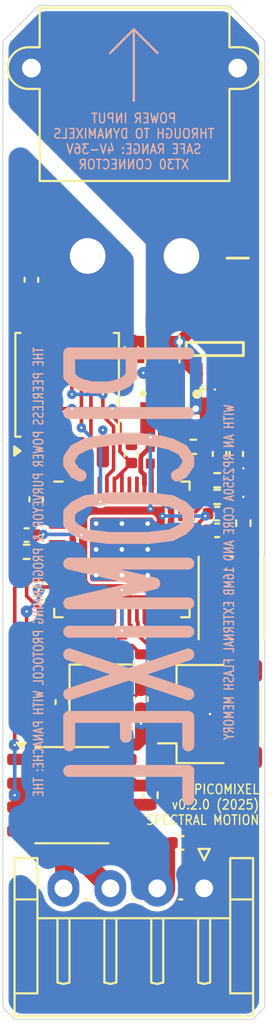
<source format=kicad_pcb>
(kicad_pcb (version 20241229) (generator "pcbnew") (generator_version "9.0")
  (layers (0 "F.Cu" signal) (2 "B.Cu" signal) (13 "F.Paste" user) (15 "B.Paste" user) (5 "F.SilkS" user "F.Silkscreen") (7 "B.SilkS" user "B.Silkscreen") (1 "F.Mask" user) (3 "B.Mask" user) (25 "Edge.Cuts" user))
  (net 0 "")
  (net 1 "+24V")
  (net 2 "GND")
  (net 3 "/XIN")
  (net 4 "Net-(C3-Pad1)")
  (net 5 "+3V3")
  (net 6 "Net-(U2-CB)")
  (net 7 "Net-(U2-SW)")
  (net 8 "+1V1")
  (net 9 "/VREG_AVDD")
  (net 12 "/GPIO9")
  (net 13 "/GPIO14")
  (net 14 "/GPIO15")
  (net 15 "/GPIO3")
  (net 16 "/GPIO0")
  (net 17 "/GPIO11")
  (net 18 "/GPIO6")
  (net 19 "/GPIO4")
  (net 20 "/GPIO5")
  (net 21 "/GPIO1")
  (net 22 "/GPIO10")
  (net 23 "/GPIO8")
  (net 24 "/GPIO7")
  (net 25 "/GPIO12")
  (net 26 "/GPIO2")
  (net 27 "/GPIO13")
  (net 28 "/SWCLK")
  (net 29 "/SWD")
  (net 30 "/GPIO17")
  (net 31 "/GPIO24")
  (net 32 "/GPIO28_ADC2")
  (net 33 "/GPIO20")
  (net 34 "/GPIO23")
  (net 35 "/GPIO29_ADC3")
  (net 36 "/GPIO16")
  (net 37 "/RUN")
  (net 38 "/GPIO27_ADC1")
  (net 39 "/GPIO25")
  (net 40 "/GPIO18")
  (net 41 "/GPIO19")
  (net 42 "/GPIO21")
  (net 43 "/GPIO22")
  (net 44 "/GPIO26_ADC0")
  (net 45 "/RS485-A")
  (net 46 "/RS485-B")
  (net 47 "/VREG_LX")
  (net 48 "/XOUT")
  (net 49 "Net-(R4-Pad1)")
  (net 50 "/FLASH_SS")
  (net 51 "/QSPI_SD2")
  (net 52 "/QSPI_SD3")
  (net 53 "/QSPI_SCLK")
  (net 54 "/QSPI_SD1")
  (net 55 "/QSPI_SD0")
  (footprint "RP2350_60QFN_minimal:C_0402_1005Metric_small_pads" (layer "F.Cu") (at 20.701 51.181 -90)
    (property "Reference" "C18" (hide yes))
    (property "Value" "100n" (hide yes))
  )
  (footprint "Capacitor_SMD:C_0402_1005Metric" (layer "F.Cu") (at 19.05 54.229 -90)
    (property "Reference" "C2" (hide yes))
    (property "Value" "15p" (hide yes))
  )
  (footprint "Resistor_SMD:R_0402_1005Metric" (layer "F.Cu") (at 26.035 40.64 180)
    (property "Reference" "R5" (hide yes))
    (property "Value" "33R" (hide yes))
  )
  (footprint "footprints:DBV0006A-MFG" (layer "F.Cu") (at 27.178 35.433 90)
    (property "Reference" "U2" (hide yes))
    (property "Value" "LMR50410Y3FQDBVRQ1" (hide yes))
  )
  (footprint "Package_SO:SOIC-8_5.3x5.3mm_P1.27mm" (layer "F.Cu") (at 19.304 37.338 90)
    (property "Reference" "U1" (hide yes))
    (property "Value" "W25Q128JVS" (hide yes))
  )
  (footprint "Connector_JST:JST_SH_SM03B-SRSS-TB_1x03-1MP_P1.00mm_Horizontal" (layer "F.Cu") (at 26.924 54.864 90)
    (property "Reference" "J3" (hide yes))
    (property "Value" "SM03B-SRSS-TB" (hide yes))
  )
  (footprint "Capacitor_SMD:C_0402_1005Metric" (layer "F.Cu") (at 22.733 41.021 90)
    (property "Reference" "C13" (hide yes))
    (property "Value" "100n" (hide yes))
  )
  (footprint "Crystal:Crystal_SMD_3225-4Pin_3.2x2.5mm" (layer "F.Cu") (at 21.082 54.229 -90)
    (property "Reference" "Y1" (hide yes))
    (property "Value" "ABM8-272-T3" (hide yes))
  )
  (footprint "RP2350_60QFN_minimal:C_0402_1005Metric_small_pads" (layer "F.Cu") (at 24.257 40.64)
    (property "Reference" "C7" (hide yes))
    (property "Value" "4u7" (hide yes))
  )
  (footprint "RP2350_60QFN_minimal:C_0402_1005Metric_small_pads" (layer "F.Cu") (at 25.753 51.181 -90)
    (property "Reference" "C15" (hide yes))
    (property "Value" "100n" (hide yes))
  )
  (footprint "RP2350_60QFN_minimal:L_pol_2016" (layer "F.Cu") (at 24.257 39.116)
    (property "Reference" "L2" (hide yes))
    (property "Value" "3u3" (hide yes))
  )
  (footprint "Capacitor_SMD:C_0402_1005Metric" (layer "F.Cu") (at 25.4 61.722)
    (property "Reference" "C20" (hide yes))
    (property "Value" "100n" (hide yes))
  )
  (footprint "Capacitor_SMD:C_0402_1005Metric" (layer "F.Cu") (at 17.399 31.75 90)
    (property "Reference" "C4" (hide yes))
    (property "Value" "100n" (hide yes))
  )
  (footprint "RP2350_60QFN_minimal:C_0402_1005Metric_small_pads" (layer "F.Cu") (at 22.225 51.181 -90)
    (property "Reference" "C11" (hide yes))
    (property "Value" "4u7" (hide yes))
  )
  (footprint "Resistor_SMD:R_0402_1005Metric" (layer "F.Cu") (at 28.702 44.704 90)
    (property "Reference" "R4" (hide yes))
    (property "Value" "1K" (hide yes))
  )
  (footprint "Capacitor_SMD:C_0402_1005Metric" (layer "F.Cu") (at 22.733 35.433 -90)
    (property "Reference" "C6" (hide yes))
    (property "Value" "100n" (hide yes))
  )
  (footprint "Capacitor_SMD:C_0402_1005Metric" (layer "F.Cu") (at 27.432 41.021 -90)
    (property "Reference" "C19" (hide yes))
    (property "Value" "100n" (hide yes))
  )
  (footprint "Capacitor_SMD:C_1206_3216Metric" (layer "F.Cu") (at 24.384 35.433 -90)
    (property "Reference" "C1" (hide yes))
    (property "Value" "2u2" (hide yes))
  )
  (footprint "Capacitor_SMD:C_0402_1005Metric" (layer "F.Cu") (at 27.305 44.196)
    (property "Reference" "C9" (hide yes))
    (property "Value" "100n" (hide yes))
  )
  (footprint "Capacitor_SMD:C_0402_1005Metric" (layer "F.Cu") (at 17.145 45.339 180)
    (property "Reference" "C12" (hide yes))
    (property "Value" "100n" (hide yes))
  )
  (footprint "RP2350_60QFN_minimal:RP2350-QFN-60-1EP_7x7_P0.4mm_EP3.4x3.4mm_ThermalVias" (layer "F.Cu") (at 22.225 46.101)
    (property "Reference" "U3" (hide yes))
    (property "Value" "RP2350_60QFN" (hide yes))
  )
  (footprint "RP2350_60QFN_minimal:C_0402_1005Metric_small_pads" (layer "F.Cu") (at 24.257 41.529)
    (property "Reference" "C5" (hide yes))
    (property "Value" "4u7" (hide yes))
  )
  (footprint "Resistor_SMD:R_0402_1005Metric" (layer "F.Cu") (at 23.241 52.197 -90)
    (property "Reference" "R3" (hide yes))
    (property "Value" "1K" (hide yes))
  )
  (footprint "Connector_JST:JST_EH_S4B-EH_1x04_P2.50mm_Horizontal" (layer "F.Cu") (at 26.61 64.1425 180)
    (property "Reference" "J5" (hide yes))
    (property "Value" "Bus Out" (hide yes))
  )
  (footprint "Capacitor_SMD:C_0402_1005Metric" (layer "F.Cu") (at 17.653 43.434 -90)
    (property "Reference" "C16" (hide yes))
    (property "Value" "100n" (hide yes))
  )
  (footprint "RP2350_60QFN_minimal:L_pol_2016" (layer "F.Cu") (at 27.432 38.862)
    (property "Reference" "L1" (hide yes))
    (property "Value" "3.3u" (hide yes))
  )
  (footprint "RP2350_60QFN_minimal:C_0402_1005Metric_small_pads" (layer "F.Cu") (at 17.145 47.117 180)
    (property "Reference" "C17" (hide yes))
    (property "Value" "100n" (hide yes))
  )
  (footprint "Resistor_SMD:R_0402_1005Metric" (layer "F.Cu") (at 27.305 43.307)
    (property "Reference" "R2" (hide yes))
    (property "Value" "1K" (hide yes))
  )
  (footprint "Button_Switch_SMD:SW_Push_1P1T_NO_Vertical_Wuerth_434133025816" (layer "F.Cu") (at 28.067 48.684 -90)
    (property "Reference" "SW1" (hide yes))
    (property "Value" "SW_Push" (hide yes))
  )
  (footprint "Capacitor_SMD:C_0402_1005Metric" (layer "F.Cu") (at 23.241 54.074 -90)
    (property "Reference" "C3" (hide yes))
    (property "Value" "15p" (hide yes))
  )
  (footprint "Connector_AMASS:AMASS_XT30PW-M_1x02_P2.50mm_Horizontal" (layer "F.Cu") (at 25.4 30.48)
    (property "Reference" "J1" (hide yes))
    (property "Value" "Conn_01x02_Pin" (hide yes))
  )
  (footprint "Capacitor_SMD:C_0402_1005Metric" (layer "F.Cu") (at 27.305 45.085)
    (property "Reference" "C14" (hide yes))
    (property "Value" "100n" (hide yes))
  )
  (footprint "Resistor_SMD:R_0402_1005Metric" (layer "F.Cu") (at 23.749 59.182 -90)
    (property "Reference" "R7" (hide yes))
    (property "Value" "120R" (hide yes))
  )
  (footprint "RP2350_60QFN_minimal:C_0402_1005Metric_small_pads" (layer "F.Cu") (at 26.035 41.529)
    (property "Reference" "C10" (hide yes))
    (property "Value" "4u7" (hide yes))
  )
  (footprint "Package_SO:SOIC-8_3.9x4.9mm_P1.27mm" (layer "F.Cu") (at 19.558 59.182)
    (property "Reference" "U4" (hide yes))
    (property "Value" "MAX3078E" (hide yes))
  )
  (footprint "Resistor_SMD:R_0402_1005Metric" (layer "F.Cu") (at 27.305 42.418 180)
    (property "Reference" "R1" (hide yes))
    (property "Value" "10K" (hide yes))
  )
  (footprint "Resistor_SMD:R_0402_1005Metric" (layer "F.Cu") (at 17.145 46.228 180)
    (property "Reference" "R6" (hide yes))
    (property "Value" "10K" (hide yes))
  )
  (footprint "Capacitor_SMD:C_0402_1005Metric" (layer "F.Cu") (at 28.321 41.021 -90)
    (property "Reference" "C8" (hide yes))
    (property "Value" "10u" (hide yes))
  )
  (gr_line (start 21.59 19.685) (end 22.86 18.415) (stroke (width 0.12)) (layer "B.SilkS"))
  (gr_line (start 22.86 22.225) (end 22.86 18.415) (stroke (width 0.12)) (layer "B.SilkS"))
  (gr_line (start 24.13 19.685) (end 22.86 18.415) (stroke (width 0.12)) (layer "B.SilkS"))
  (gr_poly (pts (xy 15.875 19.05) (xy 17.78 17.145) (xy 27.94 17.145) (xy 29.845 19.05) (xy 29.845 70.485) (xy 29.21 71.12) (xy 16.51 71.12) (xy 15.875 70.485)) (stroke (width 0.05)) (fill no) (layer "Edge.Cuts"))
  (gr_text "PICOMIXEL\nv0.2.0 (2025)\nSPECTRAL MOTION" (at 29.591 59.69 0) (layer "F.SilkS") (effects (font (size 0.508 0.4445) (thickness 0.0762) (bold yes)) (justify right)))
  (gr_text "THE PEERLESS POWER PURVEYOR & PROGRAMMING PROTOCOL WITH PANACHE: THE" (at 17.78 47.3075 90) (layer "B.SilkS") (effects (font (size 0.508 0.381) (thickness 0.0762) (bold yes)) (justify mirror)))
  (gr_text "PICOMIXEL" (at 22.86 47.3075 90) (layer "B.SilkS") (effects (font (size 6.35 3.175) (thickness 0.635) (bold yes)) (justify mirror)))
  (gr_text "WITH AN RP2350A CORE AND 16MB EXTERNAL FLASH MEMORY" (at 27.94 47.3075 90) (layer "B.SilkS") (effects (font (size 0.508 0.381) (thickness 0.0762) (bold yes)) (justify mirror)))
  (gr_text "POWER INPUT\nTHROUGH TO DYNAMIXELS\nSAFE RANGE: 4V-36V\nXT30 CONNECTOR" (at 22.86 22.86 0) (layer "B.SilkS") (effects (font (size 0.508 0.4445) (thickness 0.0762) (bold yes)) (justify top mirror)))
  (segment (start 24.11 64.1425) (end 24.11 62.23) (width 1.905) (layer "F.Cu") (net 1))
  (segment (start 24.384 33.958) (end 25.2275 33.1145) (width 0.635) (layer "F.Cu") (net 1))
  (segment (start 26.996498 33.1145) (end 27.178 33.296002) (width 0.635) (layer "F.Cu") (net 1))
  (segment (start 27.815 42.418) (end 28.956 42.418) (width 0.254) (layer "F.Cu") (net 1))
  (segment (start 28.128001 34.133) (end 28.014998 34.133) (width 0.635) (layer "F.Cu") (net 1))
  (segment (start 28.014998 34.133) (end 26.996498 33.1145) (width 0.635) (layer "F.Cu") (net 1))
  (segment (start 29.337 42.037) (end 29.337 35.341999) (width 0.254) (layer "F.Cu") (net 1))
  (segment (start 27.178 33.296002) (end 27.178 34.133) (width 0.635) (layer "F.Cu") (net 1))
  (segment (start 25.2275 33.1145) (end 26.996498 33.1145) (width 0.635) (layer "F.Cu") (net 1))
  (segment (start 29.337 35.341999) (end 28.128001 34.133) (width 0.254) (layer "F.Cu") (net 1))
  (segment (start 28.956 42.418) (end 29.337 42.037) (width 0.254) (layer "F.Cu") (net 1))
  (segment (start 28.702 44.194) (end 28.702 43.307) (width 0.635) (layer "F.Cu") (net 2))
  (segment (start 26.924 54.864) (end 26.924 55.289) (width 0.635) (layer "F.Cu") (net 2))
  (segment (start 27.432 41.501) (end 26.647 41.501) (width 0.635) (layer "F.Cu") (net 2))
  (segment (start 27.815 45.055) (end 27.785 45.085) (width 0.635) (layer "F.Cu") (net 2))
  (segment (start 21.214 54.224) (end 20.927 54.224) (width 0.508) (layer "F.Cu") (net 2))
  (segment (start 23.241 55.372) (end 23.241 54.554) (width 0.635) (layer "F.Cu") (net 2))
  (segment (start 24.924 54.864) (end 26.924 54.864) (width 0.635) (layer "F.Cu") (net 2))
  (segment (start 20.8635 56.4975) (end 23.0005 56.4975) (width 0.635) (layer "F.Cu") (net 2))
  (segment (start 27.432 41.501) (end 28.321 41.501) (width 0.635) (layer "F.Cu") (net 2))
  (segment (start 16.6055 43.4025) (end 16.6055 31.753501) (width 0.635) (layer "F.Cu") (net 2))
  (segment (start 27.813 44.196) (end 28.702 43.307) (width 0.635) (layer "F.Cu") (net 2))
  (segment (start 27.785 44.196) (end 27.813 44.196) (width 0.635) (layer "F.Cu") (net 2))
  (segment (start 17.117 43.914) (end 16.6055 43.4025) (width 0.635) (layer "F.Cu") (net 2))
  (segment (start 28.42 41.501) (end 28.702 41.783) (width 0.254) (layer "F.Cu") (net 2))
  (segment (start 26.61 64.1425) (end 26.61 62.23) (width 1.905) (layer "F.Cu") (net 2))
  (segment (start 25.768 51.711) (end 25.753 51.711) (width 0.635) (layer "F.Cu") (net 2))
  (segment (start 17.089001 31.27) (end 17.399 31.27) (width 0.635) (layer "F.Cu") (net 2))
  (segment (start 26.647 41.501) (end 26.619 41.529) (width 0.635) (layer "F.Cu") (net 2))
  (segment (start 26.924 54.864) (end 26.924 52.867) (width 0.635) (layer "F.Cu") (net 2))
  (segment (start 16.58125 45.42275) (end 16.58125 47.117) (width 0.635) (layer "F.Cu") (net 2))
  (segment (start 23.0005 56.4975) (end 23.241 56.257) (width 0.635) (layer "F.Cu") (net 2))
  (segment (start 21.932 51.794) (end 21.9475 51.7785) (width 0.635) (layer "F.Cu") (net 2))
  (segment (start 16.665 45.339) (end 16.665 43.462) (width 0.635) (layer "F.Cu") (net 2))
  (segment (start 16.6055 31.753501) (end 17.089001 31.27) (width 0.635) (layer "F.Cu") (net 2))
  (segment (start 27.815 43.307) (end 28.702 43.307) (width 0.635) (layer "F.Cu") (net 2))
  (segment (start 26.924 55.289) (end 28.799 57.164) (width 0.635) (layer "F.Cu") (net 2))
  (segment (start 17.653 43.914) (end 17.117 43.914) (width 0.635) (layer "F.Cu") (net 2))
  (segment (start 21.932 53.129) (end 21.932 52.592) (width 0.635) (layer "F.Cu") (net 2))
  (segment (start 26.924 52.867) (end 25.768 51.711) (width 0.635) (layer "F.Cu") (net 2))
  (segment (start 19.67 55.329) (end 19.05 54.709) (width 0.635) (layer "F.Cu") (net 2))
  (segment (start 16.665 44.902) (end 17.653 43.914) (width 0.635) (layer "F.Cu") (net 2))
  (segment (start 21.932 52.592) (end 21.08475 51.74475) (width 0.635) (layer "F.Cu") (net 2))
  (segment (start 26.924 54.439) (end 28.799 52.564) (width 0.635) (layer "F.Cu") (net 2))
  (segment (start 21.9475 51.7785) (end 22.225 51.7785) (width 0.635) (layer "F.Cu") (net 2))
  (segment (start 21.932 53.506) (end 21.214 54.224) (width 0.508) (layer "F.Cu") (net 2))
  (segment (start 21.932 53.129) (end 21.932 53.506) (width 0.508) (layer "F.Cu") (net 2))
  (segment (start 27.178 36.733) (end 27.178 37.592) (width 0.635) (layer "F.Cu") (net 2))
  (segment (start 24.625 41.676) (end 24.772 41.529) (width 0.1905) (layer "F.Cu") (net 2))
  (segment (start 20.232 54.919) (end 20.232 55.329) (width 0.508) (layer "F.Cu") (net 2))
  (segment (start 16.665 43.462) (end 16.6055 43.4025) (width 0.635) (layer "F.Cu") (net 2))
  (segment (start 21.08475 51.74475) (end 20.7535 51.74475) (width 0.635) (layer "F.Cu") (net 2))
  (segment (start 26.924 54.864) (end 26.924 54.439) (width 0.635) (layer "F.Cu") (net 2))
  (segment (start 24.772 40.64) (end 24.772 41.529) (width 0.508) (layer "F.Cu") (net 2))
  (segment (start 28.702 44.194) (end 27.787 44.194) (width 0.635) (layer "F.Cu") (net 2))
  (segment (start 21.932 53.129) (end 21.932 51.794) (width 0.635) (layer "F.Cu") (net 2))
  (segment (start 27.787 44.194) (end 27.785 44.196) (width 0.635) (layer "F.Cu") (net 2))
  (segment (start 20.232 55.866) (end 20.8635 56.4975) (width 0.635) (layer "F.Cu") (net 2))
  (segment (start 21.209 40.9255) (end 21.209 39.751) (width 0.1905) (layer "F.Cu") (net 2))
  (segment (start 20.927 54.224) (end 20.232 54.919) (width 0.508) (layer "F.Cu") (net 2))
  (segment (start 23.368 36.703) (end 24.179 36.703) (width 0.635) (layer "F.Cu") (net 2))
  (segment (start 27.815 43.307) (end 27.815 45.055) (width 0.635) (layer "F.Cu") (net 2))
  (segment (start 16.665 45.339) (end 16.665 44.902) (width 0.635) (layer "F.Cu") (net 2))
  (segment (start 20.232 55.329) (end 19.67 55.329) (width 0.635) (layer "F.Cu") (net 2))
  (segment (start 16.665 45.339) (end 16.58125 45.42275) (width 0.635) (layer "F.Cu") (net 2))
  (segment (start 24.179 36.703) (end 24.384 36.908) (width 0.635) (layer "F.Cu") (net 2))
  (segment (start 28.321 41.501) (end 28.42 41.501) (width 0.254) (layer "F.Cu") (net 2))
  (segment (start 23.241 56.257) (end 23.241 55.372) (width 0.635) (layer "F.Cu") (net 2))
  (segment (start 24.625 42.6635) (end 24.625 41.676) (width 0.1905) (layer "F.Cu") (net 2))
  (segment (start 20.232 55.329) (end 20.232 55.866) (width 0.635) (layer "F.Cu") (net 2))
  (via (at 21.209 39.751) (size 0.508) (drill 0.127) (layers "F.Cu" "B.Cu") (net 2))
  (via (at 26.924 54.864) (size 0.635) (drill 0.127) (layers "F.Cu" "B.Cu") (net 2))
  (via (at 28.702 43.307) (size 0.635) (drill 0.127) (layers "F.Cu" "B.Cu") (net 2))
  (via (at 23.241 55.372) (size 0.635) (drill 0.127) (layers "F.Cu" "B.Cu") (net 2))
  (via (at 28.702 41.783) (size 0.635) (drill 0.127) (layers "F.Cu" "B.Cu") (net 2))
  (via (at 23.368 36.703) (size 0.635) (drill 0.127) (layers "F.Cu" "B.Cu") (net 2))
  (via (at 27.178 37.592) (size 0.635) (drill 0.127) (layers "F.Cu" "B.Cu") (net 2))
  (segment (start 21.37225 50.927) (end 21.37225 49.59125) (width 0.1905) (layer "F.Cu") (net 3))
  (segment (start 20.18975 51.21475) (end 20.2235 51.181) (width 0.1905) (layer "F.Cu") (net 3))
  (segment (start 21.11825 51.181) (end 21.37225 50.927) (width 0.1905) (layer "F.Cu") (net 3))
  (segment (start 21.37225 49.59125) (end 21.425 49.5385) (width 0.1905) (layer "F.Cu") (net 3))
  (segment (start 20.18975 53.08675) (end 20.18975 51.21475) (width 0.1905) (layer "F.Cu") (net 3))
  (segment (start 20.2235 51.181) (end 21.11825 51.181) (width 0.1905) (layer "F.Cu") (net 3))
  (segment (start 20.232 53.129) (end 20.18975 53.08675) (width 0.1905) (layer "F.Cu") (net 3))
  (segment (start 20.232 53.129) (end 19.67 53.129) (width 0.635) (layer "F.Cu") (net 3))
  (segment (start 19.67 53.129) (end 19.05 53.749) (width 0.635) (layer "F.Cu") (net 3))
  (segment (start 21.932 55.329) (end 21.932 54.903) (width 0.1905) (layer "F.Cu") (net 4))
  (segment (start 23.241 53.594) (end 23.241 53.213) (width 0.635) (layer "F.Cu") (net 4))
  (segment (start 21.932 54.903) (end 23.241 53.594) (width 0.1905) (layer "F.Cu") (net 4))
  (segment (start 23.241 53.213) (end 23.241 52.707) (width 0.635) (layer "F.Cu") (net 4))
  (segment (start 26.545 40.64) (end 27.333 40.64) (width 0.635) (layer "F.Cu") (net 5))
  (segment (start 18.7875 43.301) (end 18 43.301) (width 0.254) (layer "F.Cu") (net 5))
  (segment (start 22.033 57.277) (end 20.07 57.277) (width 0.508) (layer "F.Cu") (net 5))
  (segment (start 17.399 34.562999) (end 17.399 33.7505) (width 0.1905) (layer "F.Cu") (net 5))
  (segment (start 18.3275 55.5345) (end 18.3275 52.36954) (width 0.508) (layer "F.Cu") (net 5))
  (segment (start 23.825 43.383) (end 23.876 43.434) (width 0.1905) (layer "F.Cu") (net 5))
  (segment (start 24.97125 49.48475) (end 24.97125 48.84725) (width 0.1905) (layer "F.Cu") (net 5))
  (segment (start 21.717 38.989) (end 21.844 39.116) (width 0.1905) (layer "F.Cu") (net 5))
  (segment (start 27.333 40.64) (end 27.432 40.541) (width 0.635) (layer "F.Cu") (net 5))
  (segment (start 19.501 47.301) (end 19.558 47.244) (width 0.1905) (layer "F.Cu") (net 5))
  (segment (start 25.6625 43.301) (end 25.6625 42.235904) (width 0.1905) (layer "F.Cu") (net 5))
  (segment (start 28.321 40.03) (end 28.132 39.841) (width 0.635) (layer "F.Cu") (net 5))
  (segment (start 17.809 47.301) (end 18.7875 47.301) (width 0.1905) (layer "F.Cu") (net 5))
  (segment (start 18 43.301) (end 17.653 42.954) (width 0.254) (layer "F.Cu") (net 5))
  (segment (start 28.132 36.736999) (end 28.128001 36.733) (width 0.635) (layer "F.Cu") (net 5))
  (segment (start 19.47098 43.34698) (end 19.558 43.434) (width 0.1905) (layer "F.Cu") (net 5))
  (segment (start 18.523001 35.687) (end 17.399 34.562999) (width 0.1905) (layer "F.Cu") (net 5))
  (segment (start 25.6625 42.235904) (end 26.05525 41.843154) (width 0.1905) (layer "F.Cu") (net 5))
  (segment (start 19.05 38.608) (end 18.523001 38.081001) (width 0.1905) (layer "F.Cu") (net 5))
  (segment (start 22.12175 39.418796) (end 22.12175 40.88975) (width 0.1905) (layer "F.Cu") (net 5))
  (segment (start 25.6625 46.101) (end 24.892 46.101) (width 0.1905) (layer "F.Cu") (net 5))
  (segment (start 25.6625 43.301) (end 25.6625 43.701) (width 0.1905) (layer "F.Cu") (net 5))
  (segment (start 18.83348 43.34698) (end 19.47098 43.34698) (width 0.1905) (layer "F.Cu") (net 5))
  (segment (start 24.97125 48.84725) (end 24.892 48.768) (width 0.1905) (layer "F.Cu") (net 5))
  (segment (start 18.523001 38.081001) (end 18.523001 35.687) (width 0.1905) (layer "F.Cu") (net 5))
  (segment (start 26.825 45.4793) (end 26.825 45.085) (width 0.1905) (layer "F.Cu") (net 5))
  (segment (start 21.844 39.141046) (end 22.12175 39.418796) (width 0.1905) (layer "F.Cu") (net 5))
  (segment (start 22.225 42.009) (end 22.733 41.501) (width 0.1905) (layer "F.Cu") (net 5))
  (segment (start 22.225 42.009) (end 21.825 42.409) (width 0.1905) (layer "F.Cu") (net 5))
  (segment (start 21.844 39.116) (end 21.844 39.141046) (width 0.1905) (layer "F.Cu") (net 5))
  (segment (start 20.701 50.701) (end 21.025 50.377) (width 0.1905) (layer "F.Cu") (net 5))
  (segment (start 28.132 39.841) (end 27.432 40.541) (width 0.635) (layer "F.Cu") (net 5))
  (segment (start 25.6625 46.101) (end 26.2033 46.101) (width 0.1905) (layer "F.Cu") (net 5))
  (segment (start 23.825 41.612) (end 23.742 41.529) (width 0.1905) (layer "F.Cu") (net 5))
  (segment (start 21.025 50.377) (end 21.025 49.5385) (width 0.1905) (layer "F.Cu") (net 5))
  (segment (start 25.025 49.5385) (end 24.97125 49.48475) (width 0.1905) (layer "F.Cu") (net 5))
  (segment (start 18.7875 47.301) (end 19.501 47.301) (width 0.1905) (layer "F.Cu") (net 5))
  (segment (start 21.025 48.825) (end 21.082 48.768) (width 0.1905) (layer "F.Cu") (net 5))
  (segment (start 17.625 47.117) (end 17.809 47.301) (width 0.1905) (layer "F.Cu") (net 5))
  (segment (start 26.05525 41.843154) (end 26.05525 41.12975) (width 0.1905) (layer "F.Cu") (net 5))
  (segment (start 20.07 57.277) (end 18.3275 55.5345) (width 0.508) (layer "F.Cu") (net 5))
  (segment (start 22.225 42.6635) (end 22.225 42.009) (width 0.1905) (layer "F.Cu") (net 5))
  (segment (start 22.12175 40.88975) (end 22.733 41.501) (width 0.1905) (layer "F.Cu") (net 5))
  (segment (start 18.7875 43.301) (end 18.83348 43.34698) (width 0.1905) (layer "F.Cu") (net 5))
  (segment (start 23.825 42.6635) (end 23.825 43.383) (width 0.1905) (layer "F.Cu") (net 5))
  (segment (start 28.132 38.862) (end 28.132 36.736999) (width 0.635) (layer "F.Cu") (net 5))
  (segment (start 21.025 49.5385) (end 21.025 48.825) (width 0.1905) (layer "F.Cu") (net 5))
  (segment (start 28.321 40.541) (end 27.432 40.541) (width 0.635) (layer "F.Cu") (net 5))
  (segment (start 19.558 38.608) (end 19.05 38.608) (width 0.1905) (layer "F.Cu") (net 5))
  (segment (start 20.03104 50.666) (end 20.701 50.666) (width 0.508) (layer "F.Cu") (net 5))
  (segment (start 21.717 38.608) (end 21.717 38.989) (width 0.1905) (layer "F.Cu") (net 5))
  (segment (start 18.3275 52.36954) (end 20.03104 50.666) (width 0.508) (layer "F.Cu") (net 5))
  (segment (start 26.05525 41.12975) (end 26.545 40.64) (width 0.1905) (layer "F.Cu") (net 5))
  (segment (start 26.2033 46.101) (end 26.825 45.4793) (width 0.1905) (layer "F.Cu") (net 5))
  (segment (start 28.132 38.862) (end 28.132 39.841) (width 0.635) (layer "F.Cu") (net 5))
  (segment (start 21.825 42.409) (end 21.825 42.6635) (width 0.1905) (layer "F.Cu") (net 5))
  (segment (start 23.825 42.6635) (end 23.825 41.612) (width 0.1905) (layer "F.Cu") (net 5))
  (segment (start 25.753 50.2665) (end 25.025 49.5385) (width 0.254) (layer "F.Cu") (net 5))
  (segment (start 17.399 32.23) (end 17.399 33.7505) (width 0.635) (layer "F.Cu") (net 5))
  (segment (start 28.321 40.541) (end 28.321 40.03) (width 0.635) (layer "F.Cu") (net 5))
  (segment (start 25.753 50.666) (end 25.753 50.2665) (width 0.254) (layer "F.Cu") (net 5))
  (via (at 19.558 38.608) (size 0.508) (drill 0.127) (layers "F.Cu" "B.Cu") (net 5))
  (via (at 21.717 38.608) (size 0.508) (drill 0.127) (layers "F.Cu" "B.Cu") (net 5))
  (segment (start 19.558 38.608) (end 21.717 38.608) (width 0.1905) (layer "B.Cu") (net 5))
  (segment (start 22.733 35.913) (end 22.7815 35.8645) (width 0.635) (layer "F.Cu") (net 6))
  (segment (start 22.7815 35.8645) (end 25.359499 35.8645) (width 0.635) (layer "F.Cu") (net 6))
  (segment (start 25.359499 35.8645) (end 26.227999 36.733) (width 0.635) (layer "F.Cu") (net 6))
  (segment (start 26.162 38.608) (end 26.478 38.608) (width 0.635) (layer "F.Cu") (net 7))
  (segment (start 22.733 34.953) (end 22.832 35.052) (width 0.635) (layer "F.Cu") (net 7))
  (segment (start 22.832 35.052) (end 25.308999 35.052) (width 0.635) (layer "F.Cu") (net 7))
  (segment (start 26.478 38.608) (end 26.732 38.862) (width 0.635) (layer "F.Cu") (net 7))
  (segment (start 25.308999 35.052) (end 26.227999 34.133) (width 0.635) (layer "F.Cu") (net 7))
  (via (at 26.162 38.608) (size 0.6) (drill 0.35) (layers "F.Cu" "B.Cu") (net 7))
  (via (at 25.308999 35.052) (size 0.6) (drill 0.35) (layers "F.Cu" "B.Cu") (net 7))
  (segment (start 26.162 35.905001) (end 25.308999 35.052) (width 0.635) (layer "B.Cu") (net 7))
  (segment (start 26.162 38.608) (end 26.162 35.905001) (width 0.635) (layer "B.Cu") (net 7))
  (segment (start 23.742 40.132) (end 23.742 40.386) (width 0.1905) (layer "F.Cu") (net 8))
  (segment (start 26.684 44.337) (end 26.34625 44.67475) (width 0.1905) (layer "F.Cu") (net 8))
  (segment (start 23.229 41.931376) (end 23.229 41.148) (width 0.254) (layer "F.Cu") (net 8))
  (segment (start 26.34625 45.475096) (end 26.174096 45.64725) (width 0.1905) (layer "F.Cu") (net 8))
  (segment (start 23.742 39.301) (end 23.557 39.116) (width 0.508) (layer "F.Cu") (net 8))
  (segment (start 26.174096 45.64725) (end 25.6625 45.64725) (width 0.1905) (layer "F.Cu") (net 8))
  (segment (start 25.6625 45.64725) (end 25.6625 45.701) (width 0.1905) (layer "F.Cu") (net 8))
  (segment (start 26.320346 45.101) (end 26.34625 45.126904) (width 0.1905) (layer "F.Cu") (net 8))
  (segment (start 26.825 44.196) (end 26.684 44.337) (width 0.1905) (layer "F.Cu") (net 8))
  (segment (start 22.225 50.419) (end 22.225 50.701) (width 0.1905) (layer "F.Cu") (net 8))
  (segment (start 23.425 42.127376) (end 23.229 41.931376) (width 0.254) (layer "F.Cu") (net 8))
  (segment (start 22.225 49.5385) (end 22.225 50.419) (width 0.1905) (layer "F.Cu") (net 8))
  (segment (start 23.737 40.64) (end 23.742 40.64) (width 0.254) (layer "F.Cu") (net 8))
  (segment (start 23.742 40.132) (end 23.742 39.301) (width 0.508) (layer "F.Cu") (net 8))
  (segment (start 26.34625 44.67475) (end 26.34625 45.075096) (width 0.1905) (layer "F.Cu") (net 8))
  (segment (start 17.663 45.301) (end 17.625 45.339) (width 0.1905) (layer "F.Cu") (net 8))
  (segment (start 23.229 41.148) (end 23.737 40.64) (width 0.254) (layer "F.Cu") (net 8))
  (segment (start 26.34625 45.126904) (end 26.34625 45.475096) (width 0.1905) (layer "F.Cu") (net 8))
  (segment (start 18.034 45.301) (end 17.663 45.301) (width 0.1905) (layer "F.Cu") (net 8))
  (segment (start 23.742 40.64) (end 23.742 40.132) (width 0.508) (layer "F.Cu") (net 8))
  (segment (start 23.425 42.6635) (end 23.425 42.127376) (width 0.254) (layer "F.Cu") (net 8))
  (segment (start 26.34625 45.075096) (end 26.320346 45.101) (width 0.1905) (layer "F.Cu") (net 8))
  (segment (start 18.7875 45.301) (end 18.034 45.301) (width 0.1905) (layer "F.Cu") (net 8))
  (via (at 24.384 44.323) (size 0.381) (drill 0.127) (layers "F.Cu" "B.Cu") (net 8))
  (via (at 26.67 44.323) (size 0.508) (drill 0.127) (layers "F.Cu" "B.Cu") (net 8))
  (via (at 22.225 50.419) (size 0.508) (drill 0.127) (layers "F.Cu" "B.Cu") (net 8))
  (via (at 22.225 48.26) (size 0.381) (drill 0.127) (layers "F.Cu" "B.Cu") (net 8))
  (via (at 23.742 40.132) (size 0.508) (drill 0.127) (layers "F.Cu" "B.Cu") (net 8))
  (via (at 20.066 45.339) (size 0.381) (drill 0.127) (layers "F.Cu" "B.Cu") (net 8))
  (via (at 18.034 45.301) (size 0.508) (drill 0.127) (layers "F.Cu" "B.Cu") (net 8))
  (via (at 23.749 43.942) (size 0.381) (drill 0.127) (layers "F.Cu" "B.Cu") (net 8))
  (segment (start 26.67 44.323) (end 24.384 44.323) (width 0.1905) (layer "B.Cu") (net 8))
  (segment (start 20.028 45.301) (end 20.066 45.339) (width 0.1905) (layer "B.Cu") (net 8))
  (segment (start 23.742 40.132) (end 23.742 43.935) (width 0.1905) (layer "B.Cu") (net 8))
  (segment (start 18.034 45.301) (end 20.028 45.301) (width 0.1905) (layer "B.Cu") (net 8))
  (segment (start 22.225 50.419) (end 22.225 48.26) (width 0.1905) (layer "B.Cu") (net 8))
  (segment (start 23.742 43.935) (end 23.749 43.942) (width 0.1905) (layer "B.Cu") (net 8))
  (segment (start 25.025 42.158) (end 25.025 42.6635) (width 0.1905) (layer "F.Cu") (net 9))
  (segment (start 25.525 41.499) (end 25.555 41.529) (width 0.508) (layer "F.Cu") (net 9))
  (segment (start 25.555 41.529) (end 25.555 41.628) (width 0.1905) (layer "F.Cu") (net 9))
  (segment (start 25.555 41.628) (end 25.025 42.158) (width 0.1905) (layer "F.Cu") (net 9))
  (segment (start 25.525 40.64) (end 25.525 41.499) (width 0.508) (layer "F.Cu") (net 9))
  (segment (start 17.145 57.215) (end 17.083 57.277) (width 0.1905) (layer "F.Cu") (net 12))
  (segment (start 18.7875 48.101) (end 17.94275 48.101) (width 0.1905) (layer "F.Cu") (net 12))
  (segment (start 17.145 49.403) (end 17.145 57.215) (width 0.1905) (layer "F.Cu") (net 12))
  (segment (start 17.94275 48.101) (end 17.78 48.26375) (width 0.1905) (layer "F.Cu") (net 12))
  (via (at 17.145 49.403) (size 0.635) (drill 0.127) (layers "F.Cu" "B.Cu") (net 12))
  (via (at 17.78 48.26375) (size 0.635) (drill 0.127) (layers "F.Cu" "B.Cu") (net 12))
  (segment (start 17.78 48.768) (end 17.78 48.26375) (width 0.1905) (layer "B.Cu") (net 12))
  (segment (start 17.145 49.403) (end 17.78 48.768) (width 0.1905) (layer "B.Cu") (net 12))
  (segment (start 17.78 56.388) (end 18.415 57.023) (width 0.1905) (layer "F.Cu") (net 23))
  (segment (start 17.145 48.006) (end 17.145 48.5775) (width 0.1905) (layer "F.Cu") (net 23))
  (segment (start 18.7875 47.701) (end 17.45 47.701) (width 0.1905) (layer "F.Cu") (net 23))
  (segment (start 18.415 57.023) (end 18.415 60.729999) (width 0.1905) (layer "F.Cu") (net 23))
  (segment (start 17.145 48.5775) (end 17.78 49.2125) (width 0.1905) (layer "F.Cu") (net 23))
  (segment (start 18.057999 61.087) (end 17.083 61.087) (width 0.1905) (layer "F.Cu") (net 23))
  (segment (start 17.78 49.2125) (end 17.78 56.388) (width 0.1905) (layer "F.Cu") (net 23))
  (segment (start 17.45 47.701) (end 17.145 48.006) (width 0.1905) (layer "F.Cu") (net 23))
  (segment (start 18.415 60.729999) (end 18.057999 61.087) (width 0.1905) (layer "F.Cu") (net 23))
  (segment (start 18.7875 46.901) (end 18.328 46.901) (width 0.1905) (layer "F.Cu") (net 24))
  (segment (start 17.083 59.817) (end 17.083 58.547) (width 0.635) (layer "F.Cu") (net 24))
  (segment (start 17.145 46.738) (end 17.655 46.228) (width 0.1905) (layer "F.Cu") (net 24))
  (segment (start 16.51 56.5095) (end 16.51 48.133) (width 0.1905) (layer "F.Cu") (net 24))
  (segment (start 16.51 48.133) (end 17.145 47.498) (width 0.1905) (layer "F.Cu") (net 24))
  (segment (start 16.51 59.12) (end 17.083 58.547) (width 0.635) (layer "F.Cu") (net 24))
  (segment (start 16.51 59.182) (end 16.51 59.244) (width 0.635) (layer "F.Cu") (net 24))
  (segment (start 17.145 47.498) (end 17.145 46.738) (width 0.1905) (layer "F.Cu") (net 24))
  (segment (start 18.328 46.901) (end 17.655 46.228) (width 0.1905) (layer "F.Cu") (net 24))
  (segment (start 16.51 59.182) (end 16.51 59.12) (width 0.635) (layer "F.Cu") (net 24))
  (segment (start 16.51 59.244) (end 17.083 59.817) (width 0.635) (layer "F.Cu") (net 24))
  (via (at 16.51 59.182) (size 0.635) (drill 0.127) (layers "F.Cu" "B.Cu") (net 24))
  (via (at 16.51 56.5095) (size 0.635) (drill 0.127) (layers "F.Cu" "B.Cu") (net 24))
  (segment (start 16.51 56.5095) (end 16.51 59.182) (width 0.1905) (layer "B.Cu") (net 24))
  (segment (start 23.876 53.467) (end 24.511 52.832) (width 0.1905) (layer "F.Cu") (net 28))
  (segment (start 24.511 52.081204) (end 22.73625 50.306454) (width 0.1905) (layer "F.Cu") (net 28))
  (segment (start 24.511 52.832) (end 24.511 52.081204) (width 0.1905) (layer "F.Cu") (net 28))
  (segment (start 22.73625 50.306454) (end 22.73625 50.18475) (width 0.1905) (layer "F.Cu") (net 28))
  (segment (start 22.625 50.0735) (end 22.625 49.5385) (width 0.1905) (layer "F.Cu") (net 28))
  (segment (start 22.73625 50.18475) (end 22.625 50.0735) (width 0.1905) (layer "F.Cu") (net 28))
  (segment (start 23.876 55.155538) (end 23.876 53.467) (width 0.1905) (layer "F.Cu") (net 28))
  (segment (start 24.924 55.864) (end 24.584462 55.864) (width 0.1905) (layer "F.Cu") (net 28))
  (segment (start 24.584462 55.864) (end 23.876 55.155538) (width 0.1905) (layer "F.Cu") (net 28))
  (segment (start 24.924 53.864) (end 24.924 52.01125) (width 0.1905) (layer "F.Cu") (net 29))
  (segment (start 23.0745 49.962892) (end 23.025 49.913392) (width 0.1905) (layer "F.Cu") (net 29))
  (segment (start 23.0745 50.040046) (end 23.0745 49.962892) (width 0.1905) (layer "F.Cu") (net 29))
  (segment (start 23.025 49.913392) (end 23.025 49.5385) (width 0.1905) (layer "F.Cu") (net 29))
  (segment (start 23.07775 50.043296) (end 23.0745 50.040046) (width 0.1905) (layer "F.Cu") (net 29))
  (segment (start 24.924 52.01125) (end 23.07775 50.165) (width 0.1905) (layer "F.Cu") (net 29))
  (segment (start 23.07775 50.165) (end 23.07775 50.043296) (width 0.1905) (layer "F.Cu") (net 29))
  (segment (start 26.162 44.101) (end 25.6625 44.101) (width 0.1905) (layer "F.Cu") (net 35))
  (segment (start 26.795 43.307) (end 26.795 43.468) (width 0.1905) (layer "F.Cu") (net 35))
  (segment (start 26.795 43.468) (end 26.162 44.101) (width 0.1905) (layer "F.Cu") (net 35))
  (segment (start 26.795 43.307) (end 26.795 42.418) (width 0.508) (layer "F.Cu") (net 35))
  (segment (start 26.992 50.859) (end 26.992 50.734) (width 0.1905) (layer "F.Cu") (net 37))
  (segment (start 24.575904 51.14725) (end 26.70375 51.14725) (width 0.1905) (layer "F.Cu") (net 37))
  (segment (start 23.425 49.996346) (end 24.575904 51.14725) (width 0.1905) (layer "F.Cu") (net 37))
  (segment (start 26.70375 51.14725) (end 26.992 50.859) (width 0.1905) (layer "F.Cu") (net 37))
  (segment (start 23.425 49.5385) (end 23.425 49.996346) (width 0.1905) (layer "F.Cu") (net 37))
  (segment (start 26.992 46.439) (end 26.992 50.564) (width 0.635) (layer "F.Cu") (net 37))
  (segment (start 23.749 59.692) (end 22.158 59.692) (width 0.635) (layer "F.Cu") (net 45))
  (segment (start 20.574 59.817) (end 22.033 59.817) (width 1.016) (layer "F.Cu") (net 45))
  (segment (start 21.61 64.1425) (end 20.399 62.9315) (width 1.016) (layer "F.Cu") (net 45))
  (segment (start 22.158 59.692) (end 22.033 59.817) (width 0.635) (layer "F.Cu") (net 45))
  (segment (start 20.399 59.992) (end 20.574 59.817) (width 1.016) (layer "F.Cu") (net 45))
  (segment (start 20.399 62.9315) (end 20.399 59.992) (width 1.016) (layer "F.Cu") (net 45))
  (segment (start 23.749 58.672) (end 22.158 58.672) (width 0.635) (layer "F.Cu") (net 46))
  (segment (start 19.16925 59.44375) (end 20.066 58.547) (width 1.016) (layer "F.Cu") (net 46))
  (segment (start 22.158 58.672) (end 22.033 58.547) (width 0.635) (layer "F.Cu") (net 46))
  (segment (start 19.11 64.1425) (end 19.16925 64.08325) (width 1.016) (layer "F.Cu") (net 46))
  (segment (start 20.066 58.547) (end 22.033 58.547) (width 1.016) (layer "F.Cu") (net 46))
  (segment (start 19.16925 64.08325) (end 19.16925 59.44375) (width 1.016) (layer "F.Cu") (net 46))
  (segment (start 24.24225 42.64625) (end 24.24225 39.83075) (width 0.1905) (layer "F.Cu") (net 47))
  (segment (start 24.24225 39.83075) (end 24.957 39.116) (width 0.1905) (layer "F.Cu") (net 47))
  (segment (start 24.225 42.6635) (end 24.24225 42.64625) (width 0.1905) (layer "F.Cu") (net 47))
  (segment (start 22.76875 51.21475) (end 21.78125 51.21475) (width 0.1905) (layer "F.Cu") (net 48))
  (segment (start 21.71375 51.14725) (end 21.71375 50.18475) (width 0.1905) (layer "F.Cu") (net 48))
  (segment (start 21.717 50.18475) (end 21.717 50.104346) (width 0.1905) (layer "F.Cu") (net 48))
  (segment (start 21.825 49.996346) (end 21.825 49.5385) (width 0.1905) (layer "F.Cu") (net 48))
  (segment (start 21.71375 50.18475) (end 21.717 50.18475) (width 0.1905) (layer "F.Cu") (net 48))
  (segment (start 21.78125 51.21475) (end 21.717 51.1505) (width 0.1905) (layer "F.Cu") (net 48))
  (segment (start 21.717 51.1505) (end 21.717 51.14725) (width 0.1905) (layer "F.Cu") (net 48))
  (segment (start 21.717 50.104346) (end 21.825 49.996346) (width 0.1905) (layer "F.Cu") (net 48))
  (segment (start 23.241 51.687) (end 22.76875 51.21475) (width 0.1905) (layer "F.Cu") (net 48))
  (segment (start 21.717 51.14725) (end 21.71375 51.14725) (width 0.1905) (layer "F.Cu") (net 48))
  (segment (start 28.702 45.214) (end 28.702 45.999) (width 0.635) (layer "F.Cu") (net 49))
  (segment (start 28.702 45.999) (end 29.142 46.439) (width 0.635) (layer "F.Cu") (net 49))
  (segment (start 29.142 46.439) (end 29.142 50.589) (width 0.635) (layer "F.Cu") (net 49))
  (segment (start 17.399 41.050562) (end 17.399 40.9255) (width 0.1905) (layer "F.Cu") (net 50))
  (segment (start 19.425 42.6635) (end 18.74575 41.98425) (width 0.1905) (layer "F.Cu") (net 50))
  (segment (start 18.74575 41.98425) (end 18.332688 41.98425) (width 0.1905) (layer "F.Cu") (net 50))
  (segment (start 18.332688 41.98425) (end 17.399 41.050562) (width 0.1905) (layer "F.Cu") (net 50))
  (segment (start 20.225 42.037) (end 20.225 42.6635) (width 0.1905) (layer "F.Cu") (net 51))
  (segment (start 19.939 41.751) (end 20.225 42.037) (width 0.1905) (layer "F.Cu") (net 51))
  (segment (start 19.939 40.9255) (end 19.939 41.751) (width 0.1905) (layer "F.Cu") (net 51))
  (segment (start 21.209 38.989) (end 21.78025 39.56025) (width 0.1905) (layer "F.Cu") (net 52))
  (segment (start 21.425 42.202) (end 21.425 42.6635) (width 0.1905) (layer "F.Cu") (net 52))
  (segment (start 21.78025 39.56025) (end 21.78025 41.84675) (width 0.1905) (layer "F.Cu") (net 52))
  (segment (start 18.669 34.037952) (end 18.669 33.7505) (width 0.1905) (layer "F.Cu") (net 52))
  (segment (start 21.209 37.846) (end 21.209 38.989) (width 0.1905) (layer "F.Cu") (net 52))
  (segment (start 21.78025 41.84675) (end 21.425 42.202) (width 0.1905) (layer "F.Cu") (net 52))
  (segment (start 19.557425 34.926377) (end 18.669 34.037952) (width 0.1905) (layer "F.Cu") (net 52))
  (segment (start 19.557425 37.846) (end 19.557425 34.926377) (width 0.1905) (layer "F.Cu") (net 52))
  (via (at 21.209 37.846) (size 0.508) (drill 0.127) (layers "F.Cu" "B.Cu") (net 52))
  (via (at 19.557425 37.846) (size 0.508) (drill 0.127) (layers "F.Cu" "B.Cu") (net 52))
  (segment (start 21.209 37.846) (end 19.557425 37.846) (width 0.1905) (layer "B.Cu") (net 52))
  (segment (start 20.066 33.8775) (end 19.939 33.7505) (width 0.1905) (layer "F.Cu") (net 53))
  (segment (start 21.025 43.504) (end 21.025 42.6635) (width 0.1905) (layer "F.Cu") (net 53))
  (segment (start 20.066 39.624) (end 20.066 33.8775) (width 0.1905) (layer "F.Cu") (net 53))
  (segment (start 21.082 43.561) (end 21.025 43.504) (width 0.1905) (layer "F.Cu") (net 53))
  (via (at 21.082 43.561) (size 0.381) (drill 0.127) (layers "F.Cu" "B.Cu") (net 53))
  (via (at 20.066 39.624) (size 0.508) (drill 0.127) (layers "F.Cu" "B.Cu") (net 53))
  (segment (start 21.082 40.64) (end 20.066 39.624) (width 0.1905) (layer "B.Cu") (net 53))
  (segment (start 21.082 43.561) (end 21.082 40.64) (width 0.1905) (layer "B.Cu") (net 53))
  (segment (start 19.825 42.20704) (end 19.825 42.6635) (width 0.1905) (layer "F.Cu") (net 54))
  (segment (start 18.669 41.05104) (end 19.825 42.20704) (width 0.1905) (layer "F.Cu") (net 54))
  (segment (start 18.669 40.9255) (end 18.669 41.05104) (width 0.1905) (layer "F.Cu") (net 54))
  (segment (start 20.574 42.6125) (end 20.574 34.84575) (width 0.1905) (layer "F.Cu") (net 55))
  (segment (start 21.209 34.21075) (end 21.209 33.7505) (width 0.1905) (layer "F.Cu") (net 55))
  (segment (start 20.574 34.84575) (end 21.209 34.21075) (width 0.1905) (layer "F.Cu") (net 55))
  (segment (start 20.625 42.6635) (end 20.574 42.6125) (width 0.1905) (layer "F.Cu") (net 55))
  (zone (net 8) (net_name "+1V1") (layer "F.Cu") (name "1V1 under RP2350A") (priority 2) (connect_pads (clearance 0.127)) (min_thickness 0.254) (fill yes (thermal_gap 0.508) (thermal_bridge_width 0.508))
    (polygon (pts (xy 19.939 43.815) (xy 19.939 48.387) (xy 24.511 48.387) (xy 24.511 43.815)))
  )
  (zone (net 5) (net_name "+3V3") (layer "F.Cu") (name "3V3 under RP2350A") (priority 1) (connect_pads (clearance 0.127)) (min_thickness 0.254) (fill yes (thermal_gap 0.508) (thermal_bridge_width 0.508))
    (polygon (pts (xy 19.431 43.307) (xy 19.431 48.895) (xy 25.019 48.895) (xy 25.019 43.307)))
  )
  (zone (net 2) (net_name "GND") (layer "B.Cu") (name "GND plane") (priority 3) (connect_pads yes (clearance 0.254)) (min_thickness 1.27) (fill yes (thermal_gap 0.508) (thermal_bridge_width 1.27))
    (polygon (pts (xy 15.875 19.05) (xy 17.78 17.145) (xy 27.94 17.145) (xy 29.845 19.05) (xy 29.845 70.485) (xy 29.21 71.12) (xy 16.51 71.12) (xy 15.875 70.485) (xy 15.875 62.23) (xy 18.415 64.77) (xy 23.495 64.77) (xy 25.4 62.865) (xy 25.4 60.96) (xy 23.495 59.055) (xy 23.495 29.845) (xy 15.875 22.225)))
  )
  (zone (net 2) (net_name "GND") (layer "B.Cu") (name "GND opposite RP2350A") (priority 1000) (connect_pads (clearance 0.127)) (min_thickness 0.254) (fill yes (thermal_gap 0.508) (thermal_bridge_width 0.508))
    (polygon (pts (xy 20.574 44.45) (xy 20.574 47.752) (xy 23.876 47.752) (xy 23.876 44.45)))
  )
  (zone (net 1) (net_name "+24V") (layer "B.Cu") (name "+24V plane") (priority 4) (connect_pads yes (clearance 0.254)) (min_thickness 1.27) (fill yes (thermal_gap 0.508) (thermal_bridge_width 1.27))
    (polygon (pts (xy 19.685 64.77) (xy 15.875 60.96) (xy 15.875 23.495) (xy 22.86 30.48) (xy 22.86 59.69) (xy 24.765 61.595) (xy 24.765 64.77)))
  )
)
</source>
